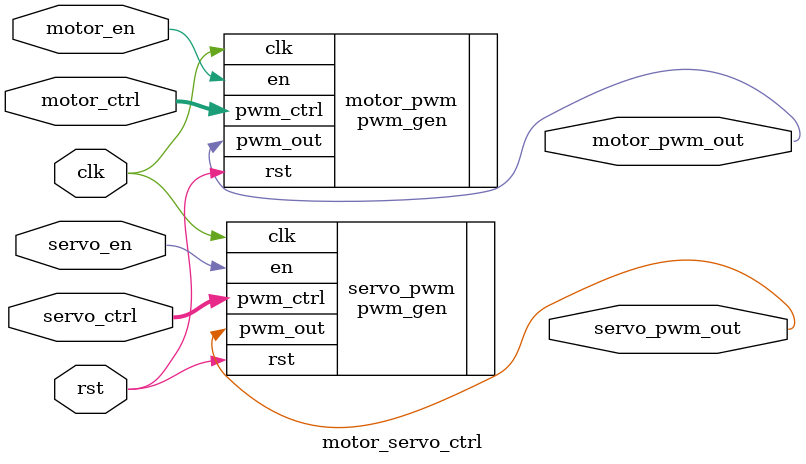
<source format=sv>
`timescale 1ns / 1ps


module motor_servo_ctrl(
    input clk,
    input rst,
    input servo_en,
    input motor_en,
    input [7:0] motor_ctrl,
    input [7:0] servo_ctrl,
    output servo_pwm_out,
    output motor_pwm_out
    );
    
    pwm_gen motor_pwm(
    .clk(clk),
    .rst(rst),
    .en(motor_en),
    .pwm_ctrl(motor_ctrl),
    .pwm_out(motor_pwm_out));
    
    pwm_gen servo_pwm(
    .clk(clk),
    .rst(rst),
    .en(servo_en),
    .pwm_ctrl(servo_ctrl),
    .pwm_out(servo_pwm_out));
    
endmodule

</source>
